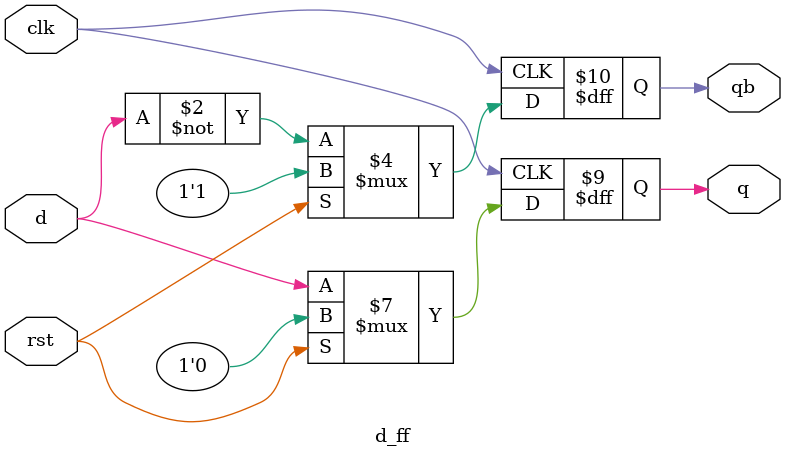
<source format=v>
`timescale 1ns / 1ps

module BD_SHIFT_REG(
    output [3:0] q,       // Shift register outputs
    output [3:0] qbar,    // Complementary outputs
    input dr, dl,         // Data in for right (dr) and left (dl)
    input clk, rst,       // Clock and reset signals
    input mode            // Shift mode: 1 = right, 0 = left
);

    wire not_mode;         // Inverted mode signal
    wire [7:0] aw;         // Intermediate AND gates output
    wire [3:0] wo;         // Inputs to D flip-flops

    // Logic for q[0]
    not(not_mode, mode);   // Generate inverted mode
    and(aw[0], q[1], mode);  // For right shift: Get q[1]
    and(aw[1], not_mode, dl); // For left shift: Use dl
    or(wo[0], aw[0], aw[1]);  // Combine inputs to form wo[0]

    d_ff ff1(q[0], qbar[0], wo[0], clk, rst); // D flip-flop for q[0]

    // Logic for q[1]
    and(aw[2], q[2], mode);  // For right shift: Get q[2]
    and(aw[3], not_mode, q[0]); // For left shift: Use q[0]
    or(wo[1], aw[2], aw[3]);  // Combine inputs to form wo[1]

    d_ff ff2(q[1], qbar[1], wo[1], clk, rst); // D flip-flop for q[1]

    // Logic for q[2]
    and(aw[4], q[3], mode);  // For right shift: Get q[3]
    and(aw[5], not_mode, q[1]); // For left shift: Use q[1]
    or(wo[2], aw[4], aw[5]);  // Combine inputs to form wo[2]

    d_ff ff3(q[2], qbar[2], wo[2], clk, rst); // D flip-flop for q[2]

    // Logic for q[3]
    and(aw[6], dr, mode);   // For right shift: Use dr
    and(aw[7], not_mode, q[2]); // For left shift: Use q[2]
    or(wo[3], aw[6], aw[7]);  // Combine inputs to form wo[3]

    d_ff ff4(q[3], qbar[3], wo[3], clk, rst); // D flip-flop for q[3]

endmodule

// D flip-flop module
module d_ff(
    output reg q, qb,      // Flip-flop outputs
    input d, clk, rst      // Data input, clock, and reset
);

always @(posedge clk) begin
    if (rst) begin
        q <= 0;            // Reset q to 0
        qb <= 1;           // Complement qbar to 1
    end else begin
        q <= d;            // Capture data input
        qb <= ~d;          // Complement q
    end
end

endmodule

</source>
